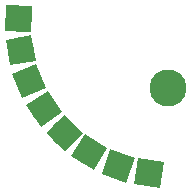
<source format=gbr>
G04 #@! TF.GenerationSoftware,KiCad,Pcbnew,no-vcs-found-5013ea2~58~ubuntu16.04.1*
G04 #@! TF.CreationDate,2017-05-24T10:44:45-06:00*
G04 #@! TF.ProjectId,HiBeam_8-pack_v02,48694265616D5F382D7061636B5F7630,rev?*
G04 #@! TF.FileFunction,Soldermask,Bot*
G04 #@! TF.FilePolarity,Negative*
%FSLAX46Y46*%
G04 Gerber Fmt 4.6, Leading zero omitted, Abs format (unit mm)*
G04 Created by KiCad (PCBNEW no-vcs-found-5013ea2~58~ubuntu16.04.1) date Wed May 24 10:44:45 2017*
%MOMM*%
%LPD*%
G01*
G04 APERTURE LIST*
%ADD10C,0.100000*%
%ADD11C,2.203200*%
%ADD12C,3.124200*%
G04 APERTURE END LIST*
D10*
D11*
X142494000Y-109702600D03*
D10*
G36*
X141082065Y-110360996D02*
X141835604Y-108290665D01*
X143905935Y-109044204D01*
X143152396Y-111114535D01*
X141082065Y-110360996D01*
X141082065Y-110360996D01*
G37*
D11*
X145110200Y-110312200D03*
D10*
G36*
X143866008Y-111249766D02*
X144172634Y-109068008D01*
X146354392Y-109374634D01*
X146047766Y-111556392D01*
X143866008Y-111249766D01*
X143866008Y-111249766D01*
G37*
D11*
X136220200Y-104851200D03*
D10*
G36*
X134690925Y-104553939D02*
X136517461Y-103321925D01*
X137749475Y-105148461D01*
X135922939Y-106380475D01*
X134690925Y-104553939D01*
X134690925Y-104553939D01*
G37*
D11*
X134239000Y-99898200D03*
D10*
G36*
X132962845Y-99004627D02*
X135132573Y-98622045D01*
X135515155Y-100791773D01*
X133345427Y-101174355D01*
X132962845Y-99004627D01*
X132962845Y-99004627D01*
G37*
D11*
X137947400Y-106908600D03*
D10*
G36*
X136389740Y-106935789D02*
X137920211Y-105350940D01*
X139505060Y-106881411D01*
X137974589Y-108466260D01*
X136389740Y-106935789D01*
X136389740Y-106935789D01*
G37*
D11*
X140055600Y-108534200D03*
D10*
G36*
X138537631Y-108884651D02*
X139705149Y-107016231D01*
X141573569Y-108183749D01*
X140406051Y-110052169D01*
X138537631Y-108884651D01*
X138537631Y-108884651D01*
G37*
D12*
X146685000Y-103124000D03*
D11*
X134950200Y-102489000D03*
D10*
G36*
X133516148Y-101880281D02*
X135558919Y-101054948D01*
X136384252Y-103097719D01*
X134341481Y-103923052D01*
X133516148Y-101880281D01*
X133516148Y-101880281D01*
G37*
D11*
X134061200Y-97231200D03*
D10*
G36*
X132998716Y-96091826D02*
X135200574Y-96168716D01*
X135123684Y-98370574D01*
X132921826Y-98293684D01*
X132998716Y-96091826D01*
X132998716Y-96091826D01*
G37*
M02*

</source>
